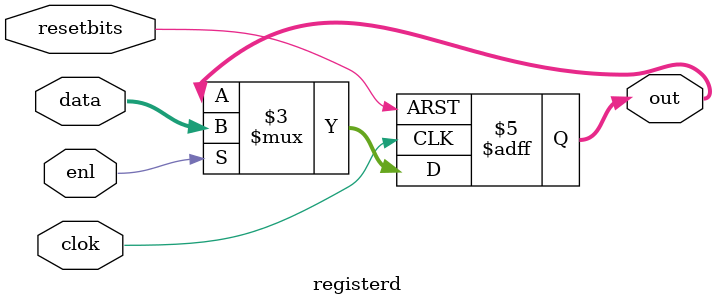
<source format=v>
`timescale 1ns / 1ps


module registerd (input clok, input resetbits, input enl, input[3:0]data, output reg [3:0] out);
    always@(posedge clok, posedge resetbits)
        if(resetbits) out <= 4'b0;
        else if (enl)    out <=data; 
        else out <= out;
endmodule

</source>
